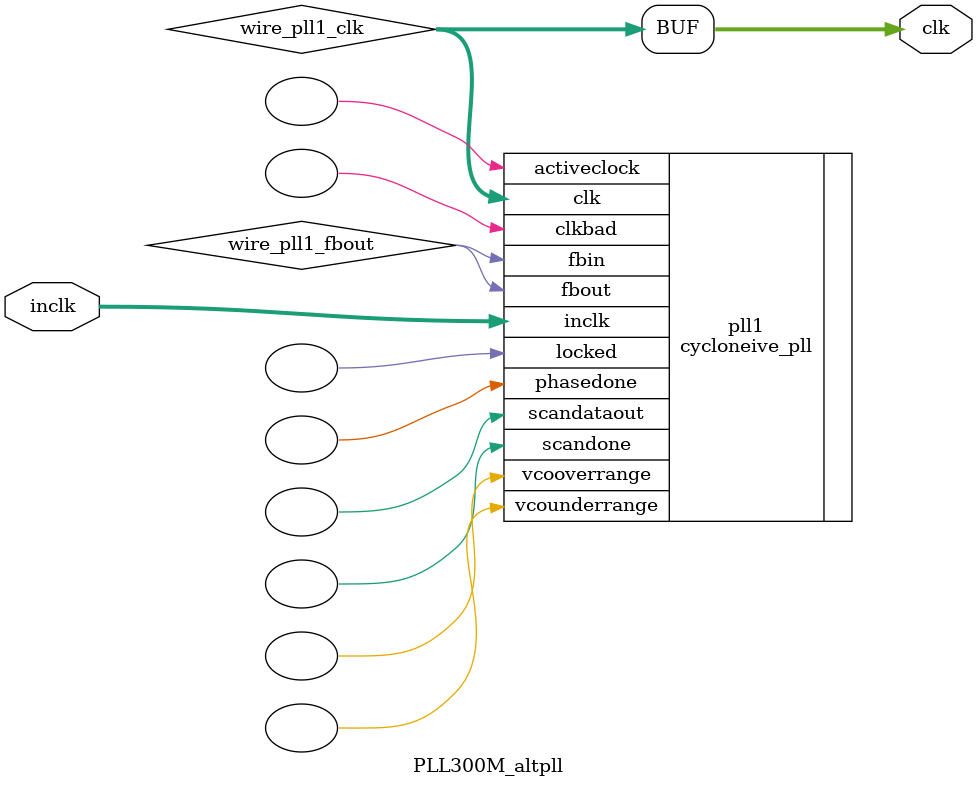
<source format=v>






//synthesis_resources = cycloneive_pll 1 
//synopsys translate_off
`timescale 1 ps / 1 ps
//synopsys translate_on
module  PLL300M_altpll
	( 
	clk,
	inclk) /* synthesis synthesis_clearbox=1 */;
	output   [4:0]  clk;
	input   [1:0]  inclk;
`ifndef ALTERA_RESERVED_QIS
// synopsys translate_off
`endif
	tri0   [1:0]  inclk;
`ifndef ALTERA_RESERVED_QIS
// synopsys translate_on
`endif

	wire  [4:0]   wire_pll1_clk;
	wire  wire_pll1_fbout;

	cycloneive_pll   pll1
	( 
	.activeclock(),
	.clk(wire_pll1_clk),
	.clkbad(),
	.fbin(wire_pll1_fbout),
	.fbout(wire_pll1_fbout),
	.inclk(inclk),
	.locked(),
	.phasedone(),
	.scandataout(),
	.scandone(),
	.vcooverrange(),
	.vcounderrange()
	`ifndef FORMAL_VERIFICATION
	// synopsys translate_off
	`endif
	,
	.areset(1'b0),
	.clkswitch(1'b0),
	.configupdate(1'b0),
	.pfdena(1'b1),
	.phasecounterselect({3{1'b0}}),
	.phasestep(1'b0),
	.phaseupdown(1'b0),
	.scanclk(1'b0),
	.scanclkena(1'b1),
	.scandata(1'b0)
	`ifndef FORMAL_VERIFICATION
	// synopsys translate_on
	`endif
	);
	defparam
		pll1.bandwidth_type = "auto",
		pll1.clk0_divide_by = 1,
		pll1.clk0_duty_cycle = 50,
		pll1.clk0_multiply_by = 4,
		pll1.clk0_phase_shift = "0",
		pll1.compensate_clock = "clk0",
		pll1.inclk0_input_frequency = 20000,
		pll1.operation_mode = "normal",
		pll1.pll_type = "auto",
		pll1.lpm_type = "cycloneive_pll";
	assign
		clk = {wire_pll1_clk[4:0]};
endmodule //PLL300M_altpll
//VALID FILE

</source>
